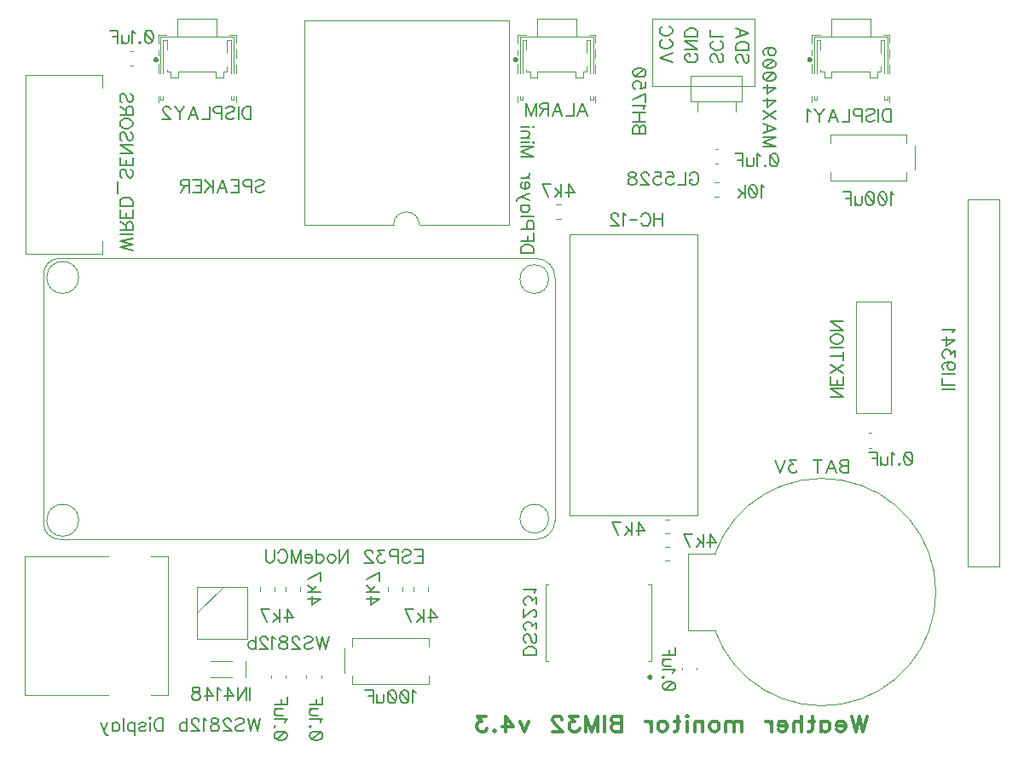
<source format=gbr>
G04 DipTrace 4.3.0.5*
G04 BottomSilk.gbr*
%MOMM*%
G04 #@! TF.FileFunction,Legend,Bot*
G04 #@! TF.Part,Single*
%ADD10C,0.12*%
%ADD55C,0.19608*%
%ADD56C,0.33333*%
%FSLAX35Y35*%
G04*
G71*
G90*
G75*
G01*
G04 BotSilk*
%LPD*%
X6667500Y1936750D2*
D10*
X6397623D1*
Y1174750D2*
X6667500D1*
X6397623Y1936750D2*
Y1174750D1*
X6667500Y1936750D2*
G02X6667500Y1174750I1063625J-381000D01*
G01*
X6695373Y5962623D2*
X6671373D1*
X6695373Y5816623D2*
X6671373D1*
X2406623Y702373D2*
Y726373D1*
X2260623Y702373D2*
Y726373D1*
X885123Y6931000D2*
X861123D1*
X885123Y6785000D2*
X861123D1*
X6340497Y805747D2*
Y781747D1*
X6486497Y805747D2*
Y781747D1*
X2609873Y726373D2*
Y702373D1*
X2755873Y726373D2*
Y702373D1*
X8219373Y3136873D2*
X8195373D1*
X8219373Y2990873D2*
X8195373D1*
X8571500Y6018747D2*
Y6103747D1*
X7811500D1*
Y6018747D1*
X8571500Y5728747D2*
Y5643747D1*
X7811500D1*
Y5728747D1*
X8650500Y5994747D2*
Y5752747D1*
X3064873Y728123D2*
Y643123D1*
X3824873D1*
Y728123D1*
X3064873Y1018123D2*
Y1103123D1*
X3824873D1*
Y1018123D1*
X2985873Y752123D2*
Y994123D1*
X1655123Y873747D2*
X1869123D1*
X1655123Y713747D2*
X1869123D1*
X2007123Y874747D2*
Y712747D1*
X5089720Y5264897D2*
X5135720D1*
X5089720Y5404897D2*
X5135720D1*
X6706370Y5626247D2*
X6660370D1*
X6706370Y5486247D2*
X6660370D1*
X6492873Y6334123D2*
Y6429377D1*
X6873873Y6334123D2*
Y6429377D1*
X6429373Y6683377D2*
Y6429377D1*
X6937373D1*
Y6683377D1*
X6429373D1*
X3816500Y1564500D2*
Y1610500D1*
X3676500Y1564500D2*
Y1610500D1*
X3562500Y1564500D2*
Y1610500D1*
X3422500Y1564500D2*
Y1610500D1*
X2546500Y1564500D2*
Y1610500D1*
X2406500Y1564500D2*
Y1610500D1*
X6168250Y2136623D2*
X6214250D1*
X6168250Y2276623D2*
X6214250D1*
X6214247Y2006750D2*
X6168247D1*
X6214247Y1866750D2*
X6168247D1*
X2152500Y1610500D2*
Y1564500D1*
X2292500Y1610500D2*
Y1564500D1*
X8016873Y6732623D2*
X8206873D1*
Y6672623D1*
X8275780D1*
X8016873Y6732623D2*
X7826873D1*
Y6672623D1*
X7757967D1*
X8282933Y7072623D2*
X7741873D1*
X7821873Y7252623D2*
Y7072623D1*
X8211873D1*
Y7252623D1*
X7821873D1*
X8401873Y7092623D2*
X8336407D1*
G36*
X7583873Y6847623D2*
X7584087Y6850886D1*
X7584725Y6854094D1*
X7585776Y6857190D1*
X7587223Y6860123D1*
X7589039Y6862842D1*
X7591196Y6865301D1*
X7593654Y6867457D1*
X7596373Y6869274D1*
X7599306Y6870720D1*
X7602403Y6871771D1*
X7605610Y6872409D1*
X7608873Y6872623D1*
X7612136Y6872409D1*
X7615344Y6871771D1*
X7618440Y6870720D1*
X7621373Y6869274D1*
X7624092Y6867457D1*
X7626551Y6865301D1*
X7628707Y6862842D1*
X7630524Y6860123D1*
X7631970Y6857190D1*
X7633021Y6854094D1*
X7633659Y6850886D1*
X7633873Y6847623D1*
D1*
X7633659Y6844360D1*
X7633021Y6841153D1*
X7631970Y6838056D1*
X7630524Y6835123D1*
X7628707Y6832404D1*
X7626551Y6829946D1*
X7624092Y6827789D1*
X7621373Y6825973D1*
X7618440Y6824526D1*
X7615344Y6823475D1*
X7612136Y6822837D1*
X7608873Y6822623D1*
X7605610Y6822837D1*
X7602403Y6823475D1*
X7599306Y6824526D1*
X7596373Y6825973D1*
X7593654Y6827789D1*
X7591196Y6829946D1*
X7589039Y6832404D1*
X7587223Y6835123D1*
X7585776Y6838056D1*
X7584725Y6841153D1*
X7584087Y6844360D1*
X7583873Y6847623D1*
D1*
G37*
X8276873Y6673933D2*
D10*
Y6732623D1*
X8316873D1*
Y6777030D1*
Y6918217D2*
Y7041623D1*
X8351873D1*
Y6714663D1*
Y6480583D2*
Y6447623D1*
X8381873D1*
Y6480583D1*
Y6714663D2*
Y6857573D1*
X7756873Y6673933D2*
Y6732623D1*
X7716873D1*
Y6744627D1*
Y6950620D2*
Y7041623D1*
X7681873D1*
Y6714663D1*
Y6480583D2*
Y6447623D1*
X7651873D1*
Y6480583D1*
Y6714663D2*
Y6788463D1*
X7711017Y7092623D2*
X7631873D1*
Y7006877D1*
Y6941370D2*
Y6892123D1*
Y6803123D2*
Y6710310D1*
Y6484937D2*
Y6427623D1*
X8401873D2*
Y6484937D1*
Y6710310D2*
Y6799143D1*
Y6865103D2*
Y6953127D1*
Y7019120D2*
Y7092623D1*
X8381873Y6857573D2*
Y6959880D1*
Y7072623D1*
X8282933D1*
X8016873D1*
X7651873Y6788463D2*
X7650873Y6997767D1*
X7651873Y6996767D2*
Y7072623D1*
X8016873D1*
X1523997Y6732623D2*
X1713997D1*
Y6672623D1*
X1782903D1*
X1523997Y6732623D2*
X1333997D1*
Y6672623D1*
X1265090D1*
X1790057Y7072623D2*
X1248997D1*
X1328997Y7252623D2*
Y7072623D1*
X1718997D1*
Y7252623D1*
X1328997D1*
X1908997Y7092623D2*
X1843530D1*
G36*
X1090997Y6847623D2*
X1091211Y6850886D1*
X1091849Y6854094D1*
X1092900Y6857190D1*
X1094346Y6860123D1*
X1096163Y6862842D1*
X1098319Y6865301D1*
X1100778Y6867457D1*
X1103497Y6869274D1*
X1106430Y6870720D1*
X1109526Y6871771D1*
X1112734Y6872409D1*
X1115997Y6872623D1*
X1119260Y6872409D1*
X1122467Y6871771D1*
X1125564Y6870720D1*
X1128497Y6869274D1*
X1131216Y6867457D1*
X1133674Y6865301D1*
X1135831Y6862842D1*
X1137647Y6860123D1*
X1139094Y6857190D1*
X1140145Y6854094D1*
X1140783Y6850886D1*
X1140997Y6847623D1*
D1*
X1140783Y6844360D1*
X1140145Y6841153D1*
X1139094Y6838056D1*
X1137647Y6835123D1*
X1135831Y6832404D1*
X1133674Y6829946D1*
X1131216Y6827789D1*
X1128497Y6825973D1*
X1125564Y6824526D1*
X1122467Y6823475D1*
X1119260Y6822837D1*
X1115997Y6822623D1*
X1112734Y6822837D1*
X1109526Y6823475D1*
X1106430Y6824526D1*
X1103497Y6825973D1*
X1100778Y6827789D1*
X1098319Y6829946D1*
X1096163Y6832404D1*
X1094346Y6835123D1*
X1092900Y6838056D1*
X1091849Y6841153D1*
X1091211Y6844360D1*
X1090997Y6847623D1*
D1*
G37*
X1783997Y6673933D2*
D10*
Y6732623D1*
X1823997D1*
Y6777030D1*
Y6918217D2*
Y7041623D1*
X1858997D1*
Y6714663D1*
Y6480583D2*
Y6447623D1*
X1888997D1*
Y6480583D1*
Y6714663D2*
Y6857573D1*
X1263997Y6673933D2*
Y6732623D1*
X1223997D1*
Y6744627D1*
Y6950620D2*
Y7041623D1*
X1188997D1*
Y6714663D1*
Y6480583D2*
Y6447623D1*
X1158997D1*
Y6480583D1*
Y6714663D2*
Y6788463D1*
X1218140Y7092623D2*
X1138997D1*
Y7006877D1*
Y6941370D2*
Y6892123D1*
Y6803123D2*
Y6710310D1*
Y6484937D2*
Y6427623D1*
X1908997D2*
Y6484937D1*
Y6710310D2*
Y6799143D1*
Y6865103D2*
Y6953127D1*
Y7019120D2*
Y7092623D1*
X1888997Y6857573D2*
Y6959880D1*
Y7072623D1*
X1790057D1*
X1523997D1*
X1158997Y6788463D2*
X1157997Y6997767D1*
X1158997Y6996767D2*
Y7072623D1*
X1523997D1*
X5095873Y6732623D2*
X5285873D1*
Y6672623D1*
X5354780D1*
X5095873Y6732623D2*
X4905873D1*
Y6672623D1*
X4836967D1*
X5361933Y7072623D2*
X4820873D1*
X4900873Y7252623D2*
Y7072623D1*
X5290873D1*
Y7252623D1*
X4900873D1*
X5480873Y7092623D2*
X5415407D1*
G36*
X4662873Y6847623D2*
X4663087Y6850886D1*
X4663725Y6854094D1*
X4664776Y6857190D1*
X4666223Y6860123D1*
X4668039Y6862842D1*
X4670196Y6865301D1*
X4672654Y6867457D1*
X4675373Y6869274D1*
X4678306Y6870720D1*
X4681403Y6871771D1*
X4684610Y6872409D1*
X4687873Y6872623D1*
X4691136Y6872409D1*
X4694344Y6871771D1*
X4697440Y6870720D1*
X4700373Y6869274D1*
X4703092Y6867457D1*
X4705551Y6865301D1*
X4707707Y6862842D1*
X4709524Y6860123D1*
X4710970Y6857190D1*
X4712021Y6854094D1*
X4712659Y6850886D1*
X4712873Y6847623D1*
D1*
X4712659Y6844360D1*
X4712021Y6841153D1*
X4710970Y6838056D1*
X4709524Y6835123D1*
X4707707Y6832404D1*
X4705551Y6829946D1*
X4703092Y6827789D1*
X4700373Y6825973D1*
X4697440Y6824526D1*
X4694344Y6823475D1*
X4691136Y6822837D1*
X4687873Y6822623D1*
X4684610Y6822837D1*
X4681403Y6823475D1*
X4678306Y6824526D1*
X4675373Y6825973D1*
X4672654Y6827789D1*
X4670196Y6829946D1*
X4668039Y6832404D1*
X4666223Y6835123D1*
X4664776Y6838056D1*
X4663725Y6841153D1*
X4663087Y6844360D1*
X4662873Y6847623D1*
D1*
G37*
X5355873Y6673933D2*
D10*
Y6732623D1*
X5395873D1*
Y6777030D1*
Y6918217D2*
Y7041623D1*
X5430873D1*
Y6714663D1*
Y6480583D2*
Y6447623D1*
X5460873D1*
Y6480583D1*
Y6714663D2*
Y6857573D1*
X4835873Y6673933D2*
Y6732623D1*
X4795873D1*
Y6744627D1*
Y6950620D2*
Y7041623D1*
X4760873D1*
Y6714663D1*
Y6480583D2*
Y6447623D1*
X4730873D1*
Y6480583D1*
Y6714663D2*
Y6788463D1*
X4790017Y7092623D2*
X4710873D1*
Y7006877D1*
Y6941370D2*
Y6892123D1*
Y6803123D2*
Y6710310D1*
Y6484937D2*
Y6427623D1*
X5480873D2*
Y6484937D1*
Y6710310D2*
Y6799143D1*
Y6865103D2*
Y6953127D1*
Y7019120D2*
Y7092623D1*
X5460873Y6857573D2*
Y6959880D1*
Y7072623D1*
X5361933D1*
X5095873D1*
X4730873Y6788463D2*
X4729873Y6997767D1*
X4730873Y6996767D2*
Y7072623D1*
X5095873D1*
X-3Y2238373D2*
Y4683123D1*
X31747D2*
G02X31747Y4683123I158750J0D01*
G01*
Y2270123D2*
G02X31747Y2270123I158750J0D01*
G01*
X4730747Y2285998D2*
G02X4730747Y2285998I142875J0D01*
G01*
Y4667248D2*
G02X4730747Y4667248I142875J0D01*
G01*
X-3Y4714873D2*
G02X158747Y4873623I158750J0D01*
G01*
X4889497D2*
G02X5079997Y4683123I-2J-190502D01*
G01*
Y2270123D2*
G02X4889497Y2079623I-190502J2D01*
G01*
X158747D2*
G02X-3Y2238373I0J158750D01*
G01*
Y4714873D2*
Y4683123D1*
X158747Y4873623D2*
X4889497D1*
X5079997Y4683123D2*
Y2270123D1*
X4889497Y2079623D2*
X158747D1*
X6492873Y2317750D2*
Y5111750D1*
X5222873D1*
Y2317750D1*
X6492873D1*
X3730623Y5206997D2*
X4619623D1*
X3476623D2*
G02X3730623Y5206997I127000J0D01*
G01*
X4619623D2*
Y7238997D1*
X2587623D1*
Y5206997D1*
X3476623D1*
X6003623Y1634123D2*
X6033623D1*
Y874123D1*
X6003623D1*
X5013623Y1634123D2*
X4983623D1*
Y874123D1*
X5013623D1*
G36*
X5997623Y711123D2*
X5997837Y714386D1*
X5998475Y717594D1*
X5999526Y720690D1*
X6000973Y723623D1*
X6002789Y726342D1*
X6004946Y728801D1*
X6007404Y730957D1*
X6010123Y732774D1*
X6013056Y734220D1*
X6016153Y735271D1*
X6019360Y735909D1*
X6022623Y736123D1*
X6025886Y735909D1*
X6029094Y735271D1*
X6032190Y734220D1*
X6035123Y732774D1*
X6037842Y730957D1*
X6040301Y728801D1*
X6042457Y726342D1*
X6044274Y723623D1*
X6045720Y720690D1*
X6046771Y717594D1*
X6047409Y714386D1*
X6047623Y711123D1*
D1*
X6047409Y707860D1*
X6046771Y704653D1*
X6045720Y701556D1*
X6044274Y698623D1*
X6042457Y695904D1*
X6040301Y693446D1*
X6037842Y691289D1*
X6035123Y689473D1*
X6032190Y688026D1*
X6029094Y686975D1*
X6025886Y686337D1*
X6022623Y686123D1*
X6019360Y686337D1*
X6016153Y686975D1*
X6013056Y688026D1*
X6010123Y689473D1*
X6007404Y691289D1*
X6004946Y693446D1*
X6002789Y695904D1*
X6000973Y698623D1*
X5999526Y701556D1*
X5998475Y704653D1*
X5997837Y707860D1*
X5997623Y711123D1*
D1*
G37*
X6048373Y7254873D2*
D10*
Y6588127D1*
X7064373D1*
Y7254873D1*
X6048373D1*
X1522123Y1089373D2*
X2022123D1*
Y1609373D1*
X1522123D1*
Y1089373D1*
X1782123Y1609373D2*
X1522123Y1349373D1*
X646123Y1912373D2*
X-183877D1*
Y532373D1*
X646123D1*
X1066123D2*
X1236123D1*
Y1912373D1*
X1066123D1*
X587375Y6572247D2*
Y6699247D1*
X-174625D2*
Y4921247D1*
X587375D2*
Y5048247D1*
Y6699247D2*
X-174625D1*
X587375Y4921247D2*
X-174625D1*
X9175747Y5461000D2*
X9493247D1*
Y1809747D1*
X9175747D1*
Y5461000D1*
X8064500Y4445000D2*
X8413747D1*
Y3333747D1*
X8064500D1*
Y4445000D1*
X7942048Y3578140D2*
D55*
X7814439D1*
X7942048Y3493067D1*
X7814439D1*
X7942048Y3696252D2*
Y3617356D1*
X7814439D1*
Y3696252D1*
X7881262Y3617356D2*
Y3665929D1*
X7942048Y3735468D2*
X7814439Y3820541D1*
X7942048D2*
X7814439Y3735468D1*
X7942048Y3902293D2*
X7814439D1*
X7942048Y3859757D2*
Y3944830D1*
Y3984045D2*
X7814439D1*
X7942048Y4059761D2*
X7936012Y4047548D1*
X7923798Y4035475D1*
X7911725Y4029298D1*
X7893475Y4023261D1*
X7863012D1*
X7844902Y4029298D1*
X7832689Y4035475D1*
X7820616Y4047548D1*
X7814439Y4059761D1*
Y4084048D1*
X7820616Y4096121D1*
X7832689Y4108334D1*
X7844902Y4114371D1*
X7863012Y4120407D1*
X7893475D1*
X7911725Y4114371D1*
X7923798Y4108334D1*
X7936012Y4096121D1*
X7942048Y4084048D1*
Y4059761D1*
Y4244696D2*
X7814439D1*
X7942048Y4159623D1*
X7814439D1*
X9053298Y3571483D2*
X8925689D1*
X9053298Y3610699D2*
X8925689D1*
Y3683558D1*
X9053298Y3722774D2*
X8925689D1*
X9010762Y3841026D2*
X8992512Y3834849D1*
X8980298Y3822776D1*
X8974262Y3804526D1*
Y3798490D1*
X8980298Y3780240D1*
X8992512Y3768167D1*
X9010762Y3761990D1*
X9016798D1*
X9035048Y3768167D1*
X9047121Y3780240D1*
X9053158Y3798490D1*
Y3804526D1*
X9047121Y3822776D1*
X9035048Y3834849D1*
X9010762Y3841026D1*
X8980298D1*
X8949975Y3834849D1*
X8931725Y3822776D1*
X8925689Y3804526D1*
Y3792453D1*
X8931725Y3774203D1*
X8943939Y3768167D1*
X9053158Y3892455D2*
Y3959138D1*
X9004585Y3922778D1*
Y3941028D1*
X8998548Y3953102D1*
X8992512Y3959138D1*
X8974262Y3965315D1*
X8962189D1*
X8943939Y3959138D1*
X8931725Y3947065D1*
X8925689Y3928815D1*
Y3910565D1*
X8931725Y3892455D1*
X8937902Y3886419D1*
X8949975Y3880242D1*
X8925689Y4065317D2*
X9053158D1*
X8968225Y4004531D1*
Y4095640D1*
X9028871Y4134856D2*
X9035048Y4147069D1*
X9053158Y4165319D1*
X8925689D1*
X2104769Y5637798D2*
X2116843Y5650012D1*
X2135093Y5656048D1*
X2159379D1*
X2177629Y5650012D1*
X2189843Y5637798D1*
Y5625725D1*
X2183666Y5613512D1*
X2177629Y5607475D1*
X2165556Y5601439D1*
X2129056Y5589225D1*
X2116843Y5583189D1*
X2110806Y5577012D1*
X2104769Y5564939D1*
Y5546689D1*
X2116843Y5534616D1*
X2135093Y5528439D1*
X2159379D1*
X2177629Y5534616D1*
X2189843Y5546689D1*
X2065554Y5589225D2*
X2010804D1*
X1992694Y5595262D1*
X1986517Y5601439D1*
X1980481Y5613512D1*
Y5631762D1*
X1986517Y5643835D1*
X1992694Y5650012D1*
X2010804Y5656048D1*
X2065554D1*
Y5528439D1*
X1862369Y5656048D2*
X1941265D1*
Y5528439D1*
X1862369D1*
X1941265Y5595262D2*
X1892692D1*
X1725867Y5528439D2*
X1774580Y5656048D1*
X1823153Y5528439D1*
X1804903Y5570975D2*
X1744117D1*
X1686651Y5656048D2*
Y5528439D1*
X1601578Y5656048D2*
X1686651Y5570975D1*
X1656328Y5601439D2*
X1601578Y5528439D1*
X1483466Y5656048D2*
X1562362D1*
Y5528439D1*
X1483466D1*
X1562362Y5595262D2*
X1513789D1*
X1444250D2*
X1389641D1*
X1371391Y5601439D1*
X1365214Y5607475D1*
X1359177Y5619548D1*
Y5631762D1*
X1365214Y5643835D1*
X1371391Y5650012D1*
X1389641Y5656048D1*
X1444250D1*
Y5528439D1*
X1401714Y5595262D2*
X1359177Y5528439D1*
X8176093Y324408D2*
D56*
X8139536Y171276D1*
X8103149Y324408D1*
X8066761Y171276D1*
X8030205Y324408D1*
X7963538Y229564D2*
X7876107D1*
Y244220D1*
X7883351Y258876D1*
X7890594Y266120D1*
X7905251Y273364D1*
X7927151D1*
X7941638Y266120D1*
X7956294Y251464D1*
X7963538Y229564D1*
Y215076D1*
X7956294Y193176D1*
X7941638Y178689D1*
X7927151Y171276D1*
X7905251D1*
X7890594Y178689D1*
X7876107Y193176D1*
X7722008Y273364D2*
Y171276D1*
Y251464D2*
X7736496Y266120D1*
X7751152Y273364D1*
X7772884D1*
X7787540Y266120D1*
X7802028Y251464D1*
X7809440Y229564D1*
Y215076D1*
X7802028Y193176D1*
X7787540Y178689D1*
X7772884Y171276D1*
X7751152D1*
X7736496Y178689D1*
X7722008Y193176D1*
X7633442Y324408D2*
Y200420D1*
X7626198Y178689D1*
X7611542Y171276D1*
X7597054D1*
X7655342Y273364D2*
X7604298D1*
X7530387Y324408D2*
Y171276D1*
Y244220D2*
X7508487Y266120D1*
X7493831Y273364D1*
X7471931D1*
X7457444Y266120D1*
X7450200Y244220D1*
Y171276D1*
X7383533Y229564D2*
X7296102D1*
Y244220D1*
X7303345Y258876D1*
X7310589Y266120D1*
X7325245Y273364D1*
X7347145D1*
X7361633Y266120D1*
X7376289Y251464D1*
X7383533Y229564D1*
Y215076D1*
X7376289Y193176D1*
X7361633Y178689D1*
X7347145Y171276D1*
X7325245D1*
X7310589Y178689D1*
X7296102Y193176D1*
X7229435Y273364D2*
Y171276D1*
Y229564D2*
X7222023Y251464D1*
X7207535Y266120D1*
X7192879Y273364D1*
X7170979D1*
X6936568D2*
Y171276D1*
Y244220D2*
X6914668Y266120D1*
X6900012Y273364D1*
X6878281D1*
X6863625Y266120D1*
X6856381Y244220D1*
Y171276D1*
Y244220D2*
X6834481Y266120D1*
X6819825Y273364D1*
X6798093D1*
X6783437Y266120D1*
X6776025Y244220D1*
Y171276D1*
X6672970Y273364D2*
X6687458Y266120D1*
X6702114Y251464D1*
X6709358Y229564D1*
Y215076D1*
X6702114Y193176D1*
X6687458Y178689D1*
X6672970Y171276D1*
X6651070D1*
X6636414Y178689D1*
X6621926Y193176D1*
X6614514Y215076D1*
Y229564D1*
X6621926Y251464D1*
X6636414Y266120D1*
X6651070Y273364D1*
X6672970D1*
X6547847D2*
Y171276D1*
Y244220D2*
X6525947Y266120D1*
X6511291Y273364D1*
X6489560D1*
X6474904Y266120D1*
X6467660Y244220D1*
Y171276D1*
X6400993Y324408D2*
X6393749Y317164D1*
X6386337Y324408D1*
X6393749Y331820D1*
X6400993Y324408D1*
X6393749Y273364D2*
Y171276D1*
X6297770Y324408D2*
Y200420D1*
X6290526Y178689D1*
X6275870Y171276D1*
X6261383D1*
X6319670Y273364D2*
X6268626D1*
X6158328D2*
X6172816Y266120D1*
X6187472Y251464D1*
X6194716Y229564D1*
Y215076D1*
X6187472Y193176D1*
X6172816Y178689D1*
X6158328Y171276D1*
X6136428D1*
X6121772Y178689D1*
X6107284Y193176D1*
X6099872Y215076D1*
Y229564D1*
X6107284Y251464D1*
X6121772Y266120D1*
X6136428Y273364D1*
X6158328D1*
X6033205D2*
Y171276D1*
Y229564D2*
X6025793Y251464D1*
X6011305Y266120D1*
X5996649Y273364D1*
X5974749D1*
X5740339Y324408D2*
Y171276D1*
X5674639D1*
X5652739Y178689D1*
X5645495Y185933D1*
X5638251Y200420D1*
Y222320D1*
X5645495Y236976D1*
X5652739Y244220D1*
X5674639Y251464D1*
X5652739Y258876D1*
X5645495Y266120D1*
X5638251Y280608D1*
Y295264D1*
X5645495Y309752D1*
X5652739Y317164D1*
X5674639Y324408D1*
X5740339D1*
Y251464D2*
X5674639D1*
X5571585Y324408D2*
Y171276D1*
X5388343D2*
Y324408D1*
X5446630Y171276D1*
X5504918Y324408D1*
Y171276D1*
X5307020Y324239D2*
X5227001D1*
X5270632Y265952D1*
X5248732D1*
X5234244Y258708D1*
X5227001Y251464D1*
X5219588Y229564D1*
Y215076D1*
X5227001Y193176D1*
X5241488Y178520D1*
X5263388Y171276D1*
X5285288D1*
X5307020Y178520D1*
X5314264Y185933D1*
X5321676Y200420D1*
X5145509Y287852D2*
Y295096D1*
X5138265Y309752D1*
X5131022Y316996D1*
X5116365Y324239D1*
X5087222D1*
X5072734Y316996D1*
X5065490Y309752D1*
X5058078Y295096D1*
Y280608D1*
X5065490Y265952D1*
X5079978Y244220D1*
X5152922Y171276D1*
X5050834D1*
X4816424Y273364D2*
X4772624Y171276D1*
X4728992Y273364D1*
X4589382Y171276D2*
Y324239D1*
X4662325Y222320D1*
X4552994D1*
X4479083Y185933D2*
X4486327Y178520D1*
X4479083Y171276D1*
X4471671Y178520D1*
X4479083Y185933D1*
X4390348Y324239D2*
X4310329D1*
X4353961Y265952D1*
X4332061D1*
X4317573Y258708D1*
X4310329Y251464D1*
X4302917Y229564D1*
Y215076D1*
X4310329Y193176D1*
X4324817Y178520D1*
X4346717Y171276D1*
X4368617D1*
X4390348Y178520D1*
X4397592Y185933D1*
X4405004Y200420D1*
X5980411Y6109832D2*
D55*
X5852802D1*
Y6164582D1*
X5858978Y6182832D1*
X5865015Y6188869D1*
X5877088Y6194906D1*
X5895338D1*
X5907552Y6188869D1*
X5913588Y6182832D1*
X5919625Y6164582D1*
X5925802Y6182832D1*
X5931838Y6188869D1*
X5943911Y6194906D1*
X5956125D1*
X5968198Y6188869D1*
X5974375Y6182832D1*
X5980411Y6164582D1*
Y6109832D1*
X5919625D2*
Y6164582D1*
X5980411Y6234121D2*
X5852802D1*
X5980411Y6319194D2*
X5852802D1*
X5919625Y6234121D2*
Y6319194D1*
X5955984Y6358410D2*
X5962161Y6370623D1*
X5980271Y6388873D1*
X5852802D1*
Y6452376D2*
X5980271Y6513162D1*
Y6428089D1*
Y6625237D2*
Y6564591D1*
X5925661Y6558555D1*
X5931698Y6564591D1*
X5937875Y6582841D1*
Y6600951D1*
X5931698Y6619201D1*
X5919625Y6631414D1*
X5901375Y6637451D1*
X5889302D1*
X5871052Y6631414D1*
X5858838Y6619201D1*
X5852802Y6600951D1*
Y6582841D1*
X5858838Y6564591D1*
X5865015Y6558555D1*
X5877088Y6552378D1*
X5980271Y6713167D2*
X5974234Y6694917D1*
X5955984Y6682703D1*
X5925661Y6676667D1*
X5907411D1*
X5877088Y6682703D1*
X5858838Y6694917D1*
X5852802Y6713167D1*
Y6725240D1*
X5858838Y6743490D1*
X5877088Y6755563D1*
X5907411Y6761740D1*
X5925661D1*
X5955984Y6755563D1*
X5974234Y6743490D1*
X5980271Y6725240D1*
Y6713167D1*
X5955984Y6755563D2*
X5877088Y6682703D1*
X7994257Y2871542D2*
Y2743932D1*
X7939507D1*
X7921257Y2750109D1*
X7915221Y2756145D1*
X7909184Y2768218D1*
Y2786468D1*
X7915221Y2798682D1*
X7921257Y2804718D1*
X7939507Y2810755D1*
X7921257Y2816932D1*
X7915221Y2822968D1*
X7909184Y2835042D1*
Y2847255D1*
X7915221Y2859328D1*
X7921257Y2865505D1*
X7939507Y2871542D1*
X7994257D1*
Y2810755D2*
X7939507D1*
X7772682Y2743932D2*
X7821395Y2871542D1*
X7869968Y2743932D1*
X7851718Y2786468D2*
X7790932D1*
X7690930Y2871542D2*
Y2743932D1*
X7733466Y2871542D2*
X7648393D1*
X7473518Y2871401D2*
X7406835D1*
X7443194Y2822828D1*
X7424944D1*
X7412871Y2816792D1*
X7406835Y2810755D1*
X7400658Y2792505D1*
Y2780432D1*
X7406835Y2762182D1*
X7418908Y2749968D1*
X7437158Y2743932D1*
X7455408D1*
X7473518Y2749968D1*
X7479554Y2756145D1*
X7485731Y2768218D1*
X7361442Y2871542D2*
X7312869Y2743932D1*
X7264296Y2871542D1*
X7258986Y5913313D2*
X7277236Y5907276D1*
X7289450Y5889026D1*
X7295486Y5858703D1*
Y5840453D1*
X7289450Y5810130D1*
X7277236Y5791880D1*
X7258986Y5785844D1*
X7246913D1*
X7228663Y5791880D1*
X7216590Y5810130D1*
X7210413Y5840453D1*
Y5858703D1*
X7216590Y5889026D1*
X7228663Y5907276D1*
X7246913Y5913313D1*
X7258986D1*
X7216590Y5889026D2*
X7289450Y5810130D1*
X7165161Y5798057D2*
X7171197Y5791880D1*
X7165161Y5785844D1*
X7158984Y5791880D1*
X7165161Y5798057D1*
X7119768Y5889026D2*
X7107555Y5895203D1*
X7089305Y5913313D1*
Y5785844D1*
X7050089Y5870917D2*
Y5810130D1*
X7044053Y5792021D1*
X7031839Y5785844D1*
X7013589D1*
X7001516Y5792021D1*
X6983266Y5810130D1*
Y5870917D2*
Y5785844D1*
X6865014Y5913453D2*
X6944050D1*
Y5785844D1*
Y5852667D2*
X6895477D1*
X2772220Y122887D2*
X2766183Y104637D1*
X2747933Y92424D1*
X2717610Y86387D1*
X2699360D1*
X2669037Y92424D1*
X2650787Y104637D1*
X2644750Y122887D1*
Y134960D1*
X2650787Y153210D1*
X2669037Y165283D1*
X2699360Y171460D1*
X2717610D1*
X2747933Y165283D1*
X2766183Y153210D1*
X2772220Y134960D1*
Y122887D1*
X2747933Y165283D2*
X2669037Y92424D1*
X2656964Y216712D2*
X2650787Y210676D1*
X2644750Y216712D1*
X2650787Y222889D1*
X2656964Y216712D1*
X2747933Y262105D2*
X2754110Y274319D1*
X2772220Y292569D1*
X2644750D1*
X2729823Y331784D2*
X2669037D1*
X2650927Y337821D1*
X2644750Y350034D1*
Y368284D1*
X2650927Y380357D1*
X2669037Y398607D1*
X2729823D2*
X2644750D1*
X2772360Y516860D2*
Y437823D1*
X2644750D1*
X2711573D2*
Y486396D1*
X1051860Y7137846D2*
X1070110Y7131810D1*
X1082323Y7113560D1*
X1088360Y7083237D1*
Y7064987D1*
X1082323Y7034664D1*
X1070110Y7016414D1*
X1051860Y7010377D1*
X1039786D1*
X1021536Y7016414D1*
X1009463Y7034664D1*
X1003286Y7064987D1*
Y7083237D1*
X1009463Y7113560D1*
X1021536Y7131810D1*
X1039786Y7137846D1*
X1051860D1*
X1009463Y7113560D2*
X1082323Y7034664D1*
X958034Y7022590D2*
X964071Y7016414D1*
X958034Y7010377D1*
X951857Y7016414D1*
X958034Y7022590D1*
X912642Y7113560D2*
X900428Y7119737D1*
X882178Y7137846D1*
Y7010377D1*
X842962Y7095450D2*
Y7034664D1*
X836926Y7016554D1*
X824712Y7010377D1*
X806462D1*
X794389Y7016554D1*
X776139Y7034664D1*
Y7095450D2*
Y7010377D1*
X657887Y7137987D2*
X736924D1*
Y7010377D1*
Y7077200D2*
X688351D1*
X6276280Y615010D2*
X6270243Y596760D1*
X6251993Y584547D1*
X6221670Y578510D1*
X6203420D1*
X6173097Y584547D1*
X6154847Y596760D1*
X6148810Y615010D1*
Y627084D1*
X6154847Y645334D1*
X6173097Y657407D1*
X6203420Y663584D1*
X6221670D1*
X6251993Y657407D1*
X6270243Y645334D1*
X6276280Y627084D1*
Y615010D1*
X6251993Y657407D2*
X6173097Y584547D1*
X6161024Y708836D2*
X6154847Y702799D1*
X6148810Y708836D1*
X6154847Y715013D1*
X6161024Y708836D1*
X6251993Y754228D2*
X6258170Y766442D1*
X6276280Y784692D1*
X6148810D1*
X6233883Y823908D2*
X6173097D1*
X6154987Y829944D1*
X6148810Y842158D1*
Y860408D1*
X6154987Y872481D1*
X6173097Y890731D1*
X6233883D2*
X6148810D1*
X6276420Y1008983D2*
Y929946D1*
X6148810D1*
X6215633D2*
Y978519D1*
X2418656Y122887D2*
X2412620Y104637D1*
X2394370Y92424D1*
X2364047Y86387D1*
X2345797D1*
X2315474Y92424D1*
X2297224Y104637D1*
X2291187Y122887D1*
Y134960D1*
X2297224Y153210D1*
X2315474Y165283D1*
X2345797Y171460D1*
X2364047D1*
X2394370Y165283D1*
X2412620Y153210D1*
X2418656Y134960D1*
Y122887D1*
X2394370Y165283D2*
X2315474Y92424D1*
X2303400Y216712D2*
X2297224Y210676D1*
X2291187Y216712D1*
X2297224Y222889D1*
X2303400Y216712D1*
X2394370Y262105D2*
X2400547Y274319D1*
X2418656Y292569D1*
X2291187D1*
X2376260Y331784D2*
X2315474D1*
X2297364Y337821D1*
X2291187Y350034D1*
Y368284D1*
X2297364Y380357D1*
X2315474Y398607D1*
X2376260D2*
X2291187D1*
X2418797Y516860D2*
Y437823D1*
X2291187D1*
X2358010D2*
Y486396D1*
X8592483Y2946846D2*
X8610733Y2940810D1*
X8622946Y2922560D1*
X8628983Y2892237D1*
Y2873987D1*
X8622946Y2843664D1*
X8610733Y2825414D1*
X8592483Y2819377D1*
X8580410D1*
X8562160Y2825414D1*
X8550087Y2843664D1*
X8543910Y2873987D1*
Y2892237D1*
X8550087Y2922560D1*
X8562160Y2940810D1*
X8580410Y2946846D1*
X8592483D1*
X8550087Y2922560D2*
X8622946Y2843664D1*
X8498658Y2831590D2*
X8504694Y2825414D1*
X8498658Y2819377D1*
X8492481Y2825414D1*
X8498658Y2831590D1*
X8453265Y2922560D2*
X8441051Y2928737D1*
X8422801Y2946846D1*
Y2819377D1*
X8383586Y2904450D2*
Y2843664D1*
X8377549Y2825554D1*
X8365336Y2819377D1*
X8347086D1*
X8335013Y2825554D1*
X8316763Y2843664D1*
Y2904450D2*
Y2819377D1*
X8198510Y2946987D2*
X8277547D1*
Y2819377D1*
Y2886200D2*
X8228974D1*
X8443166Y5507433D2*
X8430953Y5513610D1*
X8412703Y5531720D1*
Y5404250D1*
X8336987Y5531720D2*
X8355237Y5525683D1*
X8367450Y5507433D1*
X8373487Y5477110D1*
Y5458860D1*
X8367450Y5428537D1*
X8355237Y5410287D1*
X8336987Y5404250D1*
X8324914D1*
X8306664Y5410287D1*
X8294591Y5428537D1*
X8288414Y5458860D1*
Y5477110D1*
X8294591Y5507433D1*
X8306664Y5525683D1*
X8324914Y5531720D1*
X8336987D1*
X8294591Y5507433D2*
X8367450Y5428537D1*
X8212698Y5531720D2*
X8230948Y5525683D1*
X8243162Y5507433D1*
X8249198Y5477110D1*
Y5458860D1*
X8243162Y5428537D1*
X8230948Y5410287D1*
X8212698Y5404250D1*
X8200625D1*
X8182375Y5410287D1*
X8170302Y5428537D1*
X8164125Y5458860D1*
Y5477110D1*
X8170302Y5507433D1*
X8182375Y5525683D1*
X8200625Y5531720D1*
X8212698D1*
X8170302Y5507433D2*
X8243162Y5428537D1*
X8124909Y5489323D2*
Y5428537D1*
X8118873Y5410427D1*
X8106659Y5404250D1*
X8088409D1*
X8076336Y5410427D1*
X8058086Y5428537D1*
Y5489323D2*
Y5404250D1*
X7939834Y5531860D2*
X8018871D1*
Y5404250D1*
Y5471073D2*
X7970297D1*
X3696539Y555620D2*
X3684326Y561797D1*
X3666076Y579906D1*
Y452437D1*
X3590360Y579906D2*
X3608610Y573870D1*
X3620824Y555620D1*
X3626860Y525297D1*
Y507047D1*
X3620824Y476724D1*
X3608610Y458474D1*
X3590360Y452437D1*
X3578287D1*
X3560037Y458474D1*
X3547964Y476724D1*
X3541787Y507047D1*
Y525297D1*
X3547964Y555620D1*
X3560037Y573870D1*
X3578287Y579906D1*
X3590360D1*
X3547964Y555620D2*
X3620824Y476724D1*
X3466071Y579906D2*
X3484321Y573870D1*
X3496535Y555620D1*
X3502571Y525297D1*
Y507047D1*
X3496535Y476724D1*
X3484321Y458474D1*
X3466071Y452437D1*
X3453998D1*
X3435748Y458474D1*
X3423675Y476724D1*
X3417498Y507047D1*
Y525297D1*
X3423675Y555620D1*
X3435748Y573870D1*
X3453998Y579906D1*
X3466071D1*
X3423675Y555620D2*
X3496535Y476724D1*
X3378283Y537510D2*
Y476724D1*
X3372246Y458614D1*
X3360033Y452437D1*
X3341783D1*
X3329710Y458614D1*
X3311460Y476724D1*
Y537510D2*
Y452437D1*
X3193207Y580047D2*
X3272244D1*
Y452437D1*
Y519260D2*
X3223671D1*
X2051507Y610483D2*
Y482874D1*
X1927218Y610483D2*
Y482874D1*
X2012291Y610483D1*
Y482874D1*
X1827216D2*
Y610343D1*
X1888002Y525410D1*
X1796893D1*
X1757677Y586056D2*
X1745464Y592233D1*
X1727214Y610343D1*
Y482874D1*
X1627211D2*
Y610343D1*
X1687998Y525410D1*
X1596888D1*
X1527350Y610343D2*
X1545459Y604306D1*
X1551636Y592233D1*
Y580020D1*
X1545459Y567947D1*
X1533386Y561770D1*
X1509100Y555733D1*
X1490850Y549697D1*
X1478776Y537483D1*
X1472740Y525410D1*
Y507160D1*
X1478776Y495087D1*
X1484813Y488910D1*
X1503063Y482874D1*
X1527350D1*
X1545459Y488910D1*
X1551636Y495087D1*
X1557673Y507160D1*
Y525410D1*
X1551636Y537483D1*
X1539423Y549697D1*
X1521313Y555733D1*
X1497026Y561770D1*
X1484813Y567947D1*
X1478776Y580020D1*
Y592233D1*
X1484813Y604306D1*
X1503063Y610343D1*
X1527350D1*
X5212652Y5484274D2*
Y5611743D1*
X5273439Y5526810D1*
X5182329D1*
X5143113Y5611883D2*
Y5484274D1*
X5082327Y5569347D2*
X5143113Y5508560D1*
X5118827Y5532847D2*
X5076290Y5484274D1*
X5012788D2*
X4952001Y5611743D1*
X5037075D1*
X7157552Y5579743D2*
X7145339Y5585920D1*
X7127089Y5604030D1*
Y5476560D1*
X7051373Y5604030D2*
X7069623Y5597993D1*
X7081836Y5579743D1*
X7087873Y5549420D1*
Y5531170D1*
X7081836Y5500847D1*
X7069623Y5482597D1*
X7051373Y5476560D1*
X7039300D1*
X7021050Y5482597D1*
X7008977Y5500847D1*
X7002800Y5531170D1*
Y5549420D1*
X7008977Y5579743D1*
X7021050Y5597993D1*
X7039300Y5604030D1*
X7051373D1*
X7008977Y5579743D2*
X7081836Y5500847D1*
X6963584Y5604170D2*
Y5476560D1*
X6902798Y5561633D2*
X6963584Y5500847D1*
X6939298Y5525133D2*
X6896761Y5476560D1*
X6414644Y5700257D2*
X6420680Y5712330D1*
X6432894Y5724543D1*
X6444967Y5730580D1*
X6469253D1*
X6481467Y5724543D1*
X6493540Y5712330D1*
X6499717Y5700257D1*
X6505753Y5682007D1*
Y5651543D1*
X6499717Y5633434D1*
X6493540Y5621220D1*
X6481467Y5609147D1*
X6469253Y5602970D1*
X6444967D1*
X6432894Y5609147D1*
X6420680Y5621220D1*
X6414644Y5633434D1*
Y5651543D1*
X6444967D1*
X6375428Y5730580D2*
Y5602970D1*
X6302568D1*
X6190493Y5730440D2*
X6251139D1*
X6257176Y5675830D1*
X6251139Y5681866D1*
X6232889Y5688043D1*
X6214779D1*
X6196529Y5681866D1*
X6184316Y5669793D1*
X6178279Y5651543D1*
Y5639470D1*
X6184316Y5621220D1*
X6196529Y5609007D1*
X6214779Y5602970D1*
X6232889D1*
X6251139Y5609007D1*
X6257176Y5615184D1*
X6263353Y5627257D1*
X6066204Y5730440D2*
X6126850D1*
X6132887Y5675830D1*
X6126850Y5681866D1*
X6108600Y5688043D1*
X6090491D1*
X6072241Y5681866D1*
X6060027Y5669793D1*
X6053991Y5651543D1*
Y5639470D1*
X6060027Y5621220D1*
X6072241Y5609007D1*
X6090491Y5602970D1*
X6108600D1*
X6126850Y5609007D1*
X6132887Y5615184D1*
X6139064Y5627257D1*
X6008598Y5700116D2*
Y5706153D1*
X6002562Y5718366D1*
X5996525Y5724403D1*
X5984312Y5730440D1*
X5960025D1*
X5947952Y5724403D1*
X5941915Y5718366D1*
X5935738Y5706153D1*
Y5694080D1*
X5941915Y5681866D1*
X5953988Y5663757D1*
X6014775Y5602970D1*
X5929702D1*
X5860163Y5730440D2*
X5878273Y5724403D1*
X5884450Y5712330D1*
Y5700116D1*
X5878273Y5688043D1*
X5866200Y5681866D1*
X5841913Y5675830D1*
X5823663Y5669793D1*
X5811590Y5657580D1*
X5805554Y5645507D1*
Y5627257D1*
X5811590Y5615184D1*
X5817627Y5609007D1*
X5835877Y5602970D1*
X5860163D1*
X5878273Y5609007D1*
X5884450Y5615184D1*
X5890486Y5627257D1*
Y5645507D1*
X5884450Y5657580D1*
X5872236Y5669793D1*
X5854127Y5675830D1*
X5829840Y5681866D1*
X5817627Y5688043D1*
X5811590Y5700116D1*
Y5712330D1*
X5817627Y5724403D1*
X5835877Y5730440D1*
X5860163D1*
X3846432Y1257814D2*
Y1385283D1*
X3907219Y1300350D1*
X3816109D1*
X3776893Y1385423D2*
Y1257814D1*
X3716107Y1342887D2*
X3776893Y1282100D1*
X3752607Y1306387D2*
X3710070Y1257814D1*
X3646568D2*
X3585781Y1385283D1*
X3670855D1*
X3206440Y1487568D2*
X3333910D1*
X3248977Y1426781D1*
Y1517891D1*
X3334050Y1557107D2*
X3206440D1*
X3291513Y1617893D2*
X3230727Y1557107D1*
X3255013Y1581393D2*
X3206440Y1623930D1*
Y1687432D2*
X3333910Y1748219D1*
Y1663145D1*
X2625877Y1487568D2*
X2753346D1*
X2668414Y1426781D1*
Y1517891D1*
X2753487Y1557107D2*
X2625877D1*
X2710950Y1617893D2*
X2650164Y1557107D1*
X2674450Y1581393D2*
X2625877Y1623930D1*
Y1687432D2*
X2753346Y1748219D1*
Y1663145D1*
X5910179Y2126937D2*
Y2254406D1*
X5970965Y2169474D1*
X5879856D1*
X5840640Y2254547D2*
Y2126937D1*
X5779853Y2212010D2*
X5840640Y2151224D1*
X5816353Y2175510D2*
X5773817Y2126937D1*
X5710315D2*
X5649528Y2254406D1*
X5734601D1*
X6620702Y2006750D2*
Y2134220D1*
X6681489Y2049287D1*
X6590379D1*
X6551163Y2134360D2*
Y2006750D1*
X6490377Y2091823D2*
X6551163Y2031037D1*
X6526877Y2055323D2*
X6484340Y2006750D1*
X6420838D2*
X6360051Y2134220D1*
X6445125D1*
X2417682Y1257814D2*
Y1385283D1*
X2478469Y1300350D1*
X2387359D1*
X2348143Y1385423D2*
Y1257814D1*
X2287357Y1342887D2*
X2348143Y1282100D1*
X2323857Y1306387D2*
X2281320Y1257814D1*
X2217818D2*
X2157031Y1385283D1*
X2242105D1*
X8414742Y6359550D2*
Y6231940D1*
X8372206D1*
X8353956Y6238117D1*
X8341742Y6250190D1*
X8335706Y6262404D1*
X8329669Y6280513D1*
Y6310977D1*
X8335706Y6329227D1*
X8341742Y6341300D1*
X8353956Y6353513D1*
X8372206Y6359550D1*
X8414742D1*
X8290454D2*
Y6231940D1*
X8166165Y6341300D2*
X8178238Y6353513D1*
X8196488Y6359550D1*
X8220774D1*
X8239024Y6353513D1*
X8251238Y6341300D1*
Y6329227D1*
X8245061Y6317013D1*
X8239024Y6310977D1*
X8226951Y6304940D1*
X8190451Y6292727D1*
X8178238Y6286690D1*
X8172201Y6280513D1*
X8166165Y6268440D1*
Y6250190D1*
X8178238Y6238117D1*
X8196488Y6231940D1*
X8220774D1*
X8239024Y6238117D1*
X8251238Y6250190D1*
X8126949Y6292727D2*
X8072199D1*
X8054090Y6298763D1*
X8047913Y6304940D1*
X8041876Y6317013D1*
Y6335263D1*
X8047913Y6347336D1*
X8054090Y6353513D1*
X8072199Y6359550D1*
X8126949D1*
Y6231940D1*
X8002660Y6359550D2*
Y6231940D1*
X7929801D1*
X7793299D2*
X7842012Y6359550D1*
X7890585Y6231940D1*
X7872335Y6274477D2*
X7811549D1*
X7754083Y6359550D2*
X7705510Y6298763D1*
Y6231940D1*
X7656937Y6359550D2*
X7705510Y6298763D1*
X7617721Y6335123D2*
X7605508Y6341300D1*
X7587258Y6359410D1*
Y6231940D1*
X2060294Y6384107D2*
Y6256497D1*
X2017757D1*
X1999507Y6262674D1*
X1987294Y6274747D1*
X1981257Y6286960D1*
X1975221Y6305070D1*
Y6335534D1*
X1981257Y6353784D1*
X1987294Y6365857D1*
X1999507Y6378070D1*
X2017757Y6384107D1*
X2060294D1*
X1936005D2*
Y6256497D1*
X1811716Y6365857D2*
X1823789Y6378070D1*
X1842039Y6384107D1*
X1866326D1*
X1884576Y6378070D1*
X1896789Y6365857D1*
Y6353784D1*
X1890613Y6341570D1*
X1884576Y6335534D1*
X1872503Y6329497D1*
X1836003Y6317284D1*
X1823789Y6311247D1*
X1817753Y6305070D1*
X1811716Y6292997D1*
Y6274747D1*
X1823789Y6262674D1*
X1842039Y6256497D1*
X1866326D1*
X1884576Y6262674D1*
X1896789Y6274747D1*
X1772501Y6317284D2*
X1717751D1*
X1699641Y6323320D1*
X1693464Y6329497D1*
X1687428Y6341570D1*
Y6359820D1*
X1693464Y6371893D1*
X1699641Y6378070D1*
X1717751Y6384107D1*
X1772501D1*
Y6256497D1*
X1648212Y6384107D2*
Y6256497D1*
X1575352D1*
X1438850D2*
X1487564Y6384107D1*
X1536137Y6256497D1*
X1517887Y6299034D2*
X1457100D1*
X1399634Y6384107D2*
X1351061Y6323320D1*
Y6256497D1*
X1302488Y6384107D2*
X1351061Y6323320D1*
X1257096Y6353643D2*
Y6359680D1*
X1251059Y6371893D1*
X1245023Y6377930D1*
X1232809Y6383966D1*
X1208523D1*
X1196449Y6377930D1*
X1190413Y6371893D1*
X1184236Y6359680D1*
Y6347607D1*
X1190413Y6335393D1*
X1202486Y6317284D1*
X1263273Y6256497D1*
X1178199D1*
X5301844Y6288247D2*
X5350558Y6415857D1*
X5399131Y6288247D1*
X5380881Y6330784D2*
X5320094D1*
X5262628Y6415857D2*
Y6288247D1*
X5189769D1*
X5053267D2*
X5101980Y6415857D1*
X5150553Y6288247D1*
X5132303Y6330784D2*
X5071517D1*
X5014051Y6355070D2*
X4959441D1*
X4941191Y6361247D1*
X4935014Y6367284D1*
X4928978Y6379357D1*
Y6391570D1*
X4935014Y6403643D1*
X4941191Y6409820D1*
X4959441Y6415857D1*
X5014051D1*
Y6288247D1*
X4971514Y6355070D2*
X4928978Y6288247D1*
X4792616D2*
Y6415857D1*
X4841189Y6288247D1*
X4889762Y6415857D1*
Y6288247D1*
X3684183Y1975610D2*
X3763079D1*
Y1848000D1*
X3684183D1*
X3763079Y1914823D2*
X3714506D1*
X3559894Y1957360D2*
X3571967Y1969573D1*
X3590217Y1975610D1*
X3614504D1*
X3632754Y1969573D1*
X3644967Y1957360D1*
Y1945287D1*
X3638790Y1933073D1*
X3632754Y1927037D1*
X3620681Y1921000D1*
X3584181Y1908787D1*
X3571967Y1902750D1*
X3565931Y1896573D1*
X3559894Y1884500D1*
Y1866250D1*
X3571967Y1854177D1*
X3590217Y1848000D1*
X3614504D1*
X3632754Y1854177D1*
X3644967Y1866250D1*
X3520679Y1908787D2*
X3465929D1*
X3447819Y1914823D1*
X3441642Y1921000D1*
X3435606Y1933073D1*
Y1951323D1*
X3441642Y1963396D1*
X3447819Y1969573D1*
X3465929Y1975610D1*
X3520679D1*
Y1848000D1*
X3384176Y1975470D2*
X3317494D1*
X3353853Y1926896D1*
X3335603D1*
X3323530Y1920860D1*
X3317494Y1914823D1*
X3311317Y1896573D1*
Y1884500D1*
X3317494Y1866250D1*
X3329567Y1854037D1*
X3347817Y1848000D1*
X3366067D1*
X3384176Y1854037D1*
X3390213Y1860214D1*
X3396390Y1872287D1*
X3265924Y1945146D2*
Y1951183D1*
X3259888Y1963396D1*
X3253851Y1969433D1*
X3241638Y1975470D1*
X3217351D1*
X3205278Y1969433D1*
X3199242Y1963396D1*
X3193065Y1951183D1*
Y1939110D1*
X3199242Y1926896D1*
X3211315Y1908787D1*
X3272101Y1848000D1*
X3187028D1*
X2939293Y1975610D2*
Y1848000D1*
X3024366Y1975610D1*
Y1848000D1*
X2869754Y1933073D2*
X2881827Y1927037D1*
X2894041Y1914823D1*
X2900077Y1896573D1*
Y1884500D1*
X2894041Y1866250D1*
X2881827Y1854177D1*
X2869754Y1848000D1*
X2851504D1*
X2839291Y1854177D1*
X2827218Y1866250D1*
X2821041Y1884500D1*
Y1896573D1*
X2827218Y1914823D1*
X2839291Y1927037D1*
X2851504Y1933073D1*
X2869754D1*
X2708965Y1975610D2*
Y1848000D1*
Y1914823D2*
X2721038Y1927037D1*
X2733252Y1933073D1*
X2751502D1*
X2763575Y1927037D1*
X2775788Y1914823D1*
X2781825Y1896573D1*
Y1884500D1*
X2775788Y1866250D1*
X2763575Y1854177D1*
X2751502Y1848000D1*
X2733252D1*
X2721038Y1854177D1*
X2708965Y1866250D1*
X2669750Y1896573D2*
X2596890D1*
Y1908787D1*
X2602927Y1921000D1*
X2608963Y1927037D1*
X2621177Y1933073D1*
X2639427D1*
X2651500Y1927037D1*
X2663713Y1914823D1*
X2669750Y1896573D1*
Y1884500D1*
X2663713Y1866250D1*
X2651500Y1854177D1*
X2639427Y1848000D1*
X2621177D1*
X2608963Y1854177D1*
X2596890Y1866250D1*
X2460528Y1848000D2*
Y1975610D1*
X2509101Y1848000D1*
X2557674Y1975610D1*
Y1848000D1*
X2330203Y1945287D2*
X2336239Y1957360D1*
X2348453Y1969573D1*
X2360526Y1975610D1*
X2384812D1*
X2397026Y1969573D1*
X2409099Y1957360D1*
X2415276Y1945287D1*
X2421312Y1927037D1*
Y1896573D1*
X2415276Y1878464D1*
X2409099Y1866250D1*
X2397026Y1854177D1*
X2384812Y1848000D1*
X2360526D1*
X2348453Y1854177D1*
X2336239Y1866250D1*
X2330203Y1878464D1*
X2290987Y1975610D2*
Y1884500D1*
X2284951Y1866250D1*
X2272737Y1854177D1*
X2254487Y1848000D1*
X2242414D1*
X2224164Y1854177D1*
X2211951Y1866250D1*
X2205914Y1884500D1*
Y1975610D1*
X6149077Y5322673D2*
Y5195064D1*
X6064004Y5322673D2*
Y5195064D1*
X6149077Y5261887D2*
X6064004D1*
X5933679Y5292350D2*
X5939715Y5304423D1*
X5951929Y5316637D1*
X5964002Y5322673D1*
X5988288D1*
X6000502Y5316637D1*
X6012575Y5304423D1*
X6018752Y5292350D1*
X6024788Y5274100D1*
Y5243637D1*
X6018752Y5225527D1*
X6012575Y5213314D1*
X6000502Y5201241D1*
X5988288Y5195064D1*
X5964002D1*
X5951929Y5201241D1*
X5939715Y5213314D1*
X5933679Y5225527D1*
X5894463Y5258798D2*
X5824271D1*
X5785055Y5298246D2*
X5772842Y5304423D1*
X5754592Y5322533D1*
Y5195064D1*
X5709199Y5292210D2*
Y5298246D1*
X5703162Y5310460D1*
X5697126Y5316496D1*
X5684912Y5322533D1*
X5660626D1*
X5648553Y5316496D1*
X5642516Y5310460D1*
X5636339Y5298246D1*
Y5286173D1*
X5642516Y5273960D1*
X5654589Y5255850D1*
X5715376Y5195064D1*
X5630303D1*
X4865703Y4923313D2*
X4738094D1*
Y4965850D1*
X4744271Y4984100D1*
X4756344Y4996313D1*
X4768557Y5002350D1*
X4786667Y5008386D1*
X4817130D1*
X4835380Y5002350D1*
X4847453Y4996313D1*
X4859667Y4984100D1*
X4865703Y4965850D1*
Y4923313D1*
Y5126638D2*
Y5047602D1*
X4738094D1*
X4804917D2*
Y5096175D1*
X4798880Y5165854D2*
Y5220604D1*
X4804917Y5238714D1*
X4811094Y5244891D1*
X4823167Y5250927D1*
X4841417D1*
X4853490Y5244891D1*
X4859667Y5238714D1*
X4865703Y5220604D1*
Y5165854D1*
X4738094D1*
X4865703Y5290143D2*
X4738094D1*
X4823167Y5402218D2*
X4738094D1*
X4804917D2*
X4817130Y5390145D1*
X4823167Y5377932D1*
Y5359822D1*
X4817130Y5347609D1*
X4804917Y5335535D1*
X4786667Y5329359D1*
X4774594D1*
X4756344Y5335535D1*
X4744271Y5347609D1*
X4738094Y5359822D1*
Y5377932D1*
X4744271Y5390145D1*
X4756344Y5402218D1*
X4823167Y5447611D2*
X4738094Y5483970D1*
X4713807Y5471897D1*
X4701594Y5459684D1*
X4695557Y5447611D1*
Y5441434D1*
X4823167Y5520470D2*
X4738094Y5483970D1*
X4786667Y5559686D2*
Y5632546D1*
X4798880D1*
X4811094Y5626509D1*
X4817130Y5620473D1*
X4823167Y5608259D1*
Y5590009D1*
X4817130Y5577936D1*
X4804917Y5565723D1*
X4786667Y5559686D1*
X4774594D1*
X4756344Y5565723D1*
X4744271Y5577936D1*
X4738094Y5590009D1*
Y5608259D1*
X4744271Y5620473D1*
X4756344Y5632546D1*
X4823167Y5671761D2*
X4738094D1*
X4786667D2*
X4804917Y5677938D1*
X4817130Y5690011D1*
X4823167Y5702225D1*
Y5720475D1*
X4738094Y5980283D2*
X4865703D1*
X4738094Y5931710D1*
X4865703Y5883137D1*
X4738094D1*
X4865703Y6019499D2*
X4859667Y6025535D1*
X4865703Y6031712D1*
X4871880Y6025535D1*
X4865703Y6019499D1*
X4823167Y6025535D2*
X4738094D1*
X4823167Y6070928D2*
X4738094D1*
X4798880D2*
X4817130Y6089178D1*
X4823167Y6101391D1*
Y6119501D1*
X4817130Y6131715D1*
X4798880Y6137751D1*
X4738094D1*
X4865703Y6176967D2*
X4859667Y6183003D1*
X4865703Y6189180D1*
X4871880Y6183003D1*
X4865703Y6176967D1*
X4823167Y6183003D2*
X4738094D1*
X4897453Y928170D2*
X4769844D1*
Y970706D1*
X4776021Y988956D1*
X4788094Y1001170D1*
X4800307Y1007206D1*
X4818417Y1013243D1*
X4848880D1*
X4867130Y1007206D1*
X4879203Y1001170D1*
X4891417Y988956D1*
X4897453Y970706D1*
Y928170D1*
X4879203Y1137532D2*
X4891417Y1125458D1*
X4897453Y1107208D1*
Y1082922D1*
X4891417Y1064672D1*
X4879203Y1052458D1*
X4867130D1*
X4854917Y1058635D1*
X4848880Y1064672D1*
X4842844Y1076745D1*
X4830630Y1113245D1*
X4824594Y1125458D1*
X4818417Y1131495D1*
X4806344Y1137532D1*
X4788094D1*
X4776021Y1125458D1*
X4769844Y1107208D1*
Y1082922D1*
X4776021Y1064672D1*
X4788094Y1052458D1*
X4897313Y1188961D2*
Y1255643D1*
X4848740Y1219284D1*
Y1237534D1*
X4842703Y1249607D1*
X4836667Y1255643D1*
X4818417Y1261820D1*
X4806344D1*
X4788094Y1255643D1*
X4775880Y1243570D1*
X4769844Y1225320D1*
Y1207070D1*
X4775880Y1188961D1*
X4782057Y1182924D1*
X4794130Y1176747D1*
X4866990Y1307213D2*
X4873026D1*
X4885240Y1313249D1*
X4891276Y1319286D1*
X4897313Y1331499D1*
Y1355786D1*
X4891276Y1367859D1*
X4885240Y1373896D1*
X4873026Y1380073D1*
X4860953D1*
X4848740Y1373896D1*
X4830630Y1361823D1*
X4769844Y1301036D1*
Y1386109D1*
X4897313Y1437538D2*
Y1504221D1*
X4848740Y1467861D1*
Y1486111D1*
X4842703Y1498184D1*
X4836667Y1504221D1*
X4818417Y1510398D1*
X4806344D1*
X4788094Y1504221D1*
X4775880Y1492148D1*
X4769844Y1473898D1*
Y1455648D1*
X4775880Y1437538D1*
X4782057Y1431502D1*
X4794130Y1425325D1*
X4873026Y1549614D2*
X4879203Y1561827D1*
X4897313Y1580077D1*
X4769844D1*
X6244798Y6820177D2*
X6117189Y6868750D1*
X6244798Y6917323D1*
X6214475Y7047649D2*
X6226548Y7041612D1*
X6238762Y7029399D1*
X6244798Y7017326D1*
Y6993039D1*
X6238762Y6980826D1*
X6226548Y6968753D1*
X6214475Y6962576D1*
X6196225Y6956539D1*
X6165762D1*
X6147652Y6962576D1*
X6135439Y6968753D1*
X6123366Y6980826D1*
X6117189Y6993039D1*
Y7017326D1*
X6123366Y7029399D1*
X6135439Y7041612D1*
X6147652Y7047649D1*
X6214475Y7177974D2*
X6226548Y7171937D1*
X6238762Y7159724D1*
X6244798Y7147651D1*
Y7123364D1*
X6238762Y7111151D1*
X6226548Y7099078D1*
X6214475Y7092901D1*
X6196225Y7086864D1*
X6165762D1*
X6147652Y7092901D1*
X6135439Y7099078D1*
X6123366Y7111151D1*
X6117189Y7123364D1*
Y7147651D1*
X6123366Y7159724D1*
X6135439Y7171937D1*
X6147652Y7177974D1*
X6467102Y6911287D2*
X6479175Y6905250D1*
X6491388Y6893037D1*
X6497425Y6880964D1*
Y6856677D1*
X6491388Y6844464D1*
X6479175Y6832391D1*
X6467102Y6826214D1*
X6448852Y6820177D1*
X6418388D1*
X6400279Y6826214D1*
X6388065Y6832391D1*
X6375992Y6844464D1*
X6369815Y6856677D1*
Y6880964D1*
X6375992Y6893037D1*
X6388065Y6905250D1*
X6400279Y6911287D1*
X6418388D1*
Y6880964D1*
X6497425Y7035576D2*
X6369815D1*
X6497425Y6950503D1*
X6369815D1*
X6497425Y7074791D2*
X6369815D1*
Y7117328D1*
X6375992Y7135578D1*
X6388065Y7147791D1*
X6400279Y7153828D1*
X6418388Y7159864D1*
X6448852D1*
X6467102Y7153828D1*
X6479175Y7147791D1*
X6491388Y7135578D1*
X6497425Y7117328D1*
Y7074791D1*
X6987175Y6902164D2*
X6999388Y6890091D1*
X7005425Y6871841D1*
Y6847554D1*
X6999388Y6829304D1*
X6987175Y6817091D1*
X6975102D1*
X6962888Y6823268D1*
X6956852Y6829304D1*
X6950815Y6841377D1*
X6938602Y6877877D1*
X6932565Y6890091D1*
X6926388Y6896127D1*
X6914315Y6902164D1*
X6896065D1*
X6883992Y6890091D1*
X6877815Y6871841D1*
Y6847554D1*
X6883992Y6829304D1*
X6896065Y6817091D1*
X7005425Y6941379D2*
X6877815D1*
Y6983916D1*
X6883992Y7002166D1*
X6896065Y7014379D1*
X6908279Y7020416D1*
X6926388Y7026452D1*
X6956852D1*
X6975102Y7020416D1*
X6987175Y7014379D1*
X6999388Y7002166D1*
X7005425Y6983916D1*
Y6941379D1*
X6877815Y7162955D2*
X7005425Y7114241D1*
X6877815Y7065668D1*
X6920352Y7083918D2*
Y7144705D1*
X6733172Y6905250D2*
X6745385Y6893177D1*
X6751422Y6874927D1*
Y6850641D1*
X6745385Y6832391D1*
X6733172Y6820177D1*
X6721099D1*
X6708885Y6826354D1*
X6702849Y6832391D1*
X6696812Y6844464D1*
X6684599Y6880964D1*
X6678562Y6893177D1*
X6672385Y6899214D1*
X6660312Y6905250D1*
X6642062D1*
X6629989Y6893177D1*
X6623812Y6874927D1*
Y6850641D1*
X6629989Y6832391D1*
X6642062Y6820177D1*
X6721099Y7035576D2*
X6733172Y7029539D1*
X6745385Y7017326D1*
X6751422Y7005253D1*
Y6980966D1*
X6745385Y6968753D1*
X6733172Y6956679D1*
X6721099Y6950503D1*
X6702849Y6944466D1*
X6672385D1*
X6654275Y6950503D1*
X6642062Y6956679D1*
X6629989Y6968753D1*
X6623812Y6980966D1*
Y7005253D1*
X6629989Y7017326D1*
X6642062Y7029539D1*
X6654275Y7035576D1*
X6751422Y7074791D2*
X6623812D1*
Y7147651D1*
X7145630Y6078034D2*
X7273240D1*
X7145630Y6029461D1*
X7273240Y5980888D1*
X7145630D1*
Y6214536D2*
X7273240Y6165823D1*
X7145630Y6117250D1*
X7188167Y6135500D2*
Y6196286D1*
X7273240Y6253752D2*
X7145630Y6338825D1*
X7273240D2*
X7145630Y6253752D1*
Y6438827D2*
X7273100D1*
X7188167Y6378041D1*
Y6469150D1*
X7145630Y6569153D2*
X7273100D1*
X7188167Y6508366D1*
Y6599476D1*
X7273100Y6675191D2*
X7267063Y6656941D1*
X7248813Y6644728D1*
X7218490Y6638691D1*
X7200240D1*
X7169917Y6644728D1*
X7151667Y6656941D1*
X7145630Y6675191D1*
Y6687264D1*
X7151667Y6705514D1*
X7169917Y6717588D1*
X7200240Y6723764D1*
X7218490D1*
X7248813Y6717588D1*
X7267063Y6705514D1*
X7273100Y6687264D1*
Y6675191D1*
X7248813Y6717588D2*
X7169917Y6644728D1*
X7273100Y6799480D2*
X7267063Y6781230D1*
X7248813Y6769017D1*
X7218490Y6762980D1*
X7200240D1*
X7169917Y6769017D1*
X7151667Y6781230D1*
X7145630Y6799480D1*
Y6811553D1*
X7151667Y6829803D1*
X7169917Y6841876D1*
X7200240Y6848053D1*
X7218490D1*
X7248813Y6841876D1*
X7267063Y6829803D1*
X7273100Y6811553D1*
Y6799480D1*
X7248813Y6841876D2*
X7169917Y6769017D1*
X7230703Y6966305D2*
X7212453Y6960128D1*
X7200240Y6948055D1*
X7194203Y6929805D1*
Y6923769D1*
X7200240Y6905519D1*
X7212453Y6893446D1*
X7230703Y6887269D1*
X7236740D1*
X7254990Y6893446D1*
X7267063Y6905519D1*
X7273100Y6923769D1*
Y6929805D1*
X7267063Y6948055D1*
X7254990Y6960128D1*
X7230703Y6966305D1*
X7200240D1*
X7169917Y6960128D1*
X7151667Y6948055D1*
X7145630Y6929805D1*
Y6917732D1*
X7151667Y6899482D1*
X7163880Y6893446D1*
X2832271Y1115397D2*
X2801808Y987787D1*
X2771485Y1115397D1*
X2741161Y987787D1*
X2710698Y1115397D1*
X2586409Y1097147D2*
X2598482Y1109360D1*
X2616732Y1115397D1*
X2641019D1*
X2659269Y1109360D1*
X2671482Y1097147D1*
Y1085074D1*
X2665305Y1072860D1*
X2659269Y1066824D1*
X2647196Y1060787D1*
X2610696Y1048574D1*
X2598482Y1042537D1*
X2592446Y1036360D1*
X2586409Y1024287D1*
Y1006037D1*
X2598482Y993964D1*
X2616732Y987787D1*
X2641019D1*
X2659269Y993964D1*
X2671482Y1006037D1*
X2541017Y1084933D2*
Y1090970D1*
X2534980Y1103183D1*
X2528944Y1109220D1*
X2516730Y1115256D1*
X2492444D1*
X2480370Y1109220D1*
X2474334Y1103183D1*
X2468157Y1090970D1*
Y1078897D1*
X2474334Y1066683D1*
X2486407Y1048574D1*
X2547194Y987787D1*
X2462120D1*
X2392582Y1115256D2*
X2410691Y1109220D1*
X2416868Y1097147D1*
Y1084933D1*
X2410691Y1072860D1*
X2398618Y1066683D1*
X2374332Y1060647D1*
X2356082Y1054610D1*
X2344009Y1042397D1*
X2337972Y1030324D1*
Y1012074D1*
X2344009Y1000000D1*
X2350045Y993824D1*
X2368295Y987787D1*
X2392582D1*
X2410691Y993824D1*
X2416868Y1000000D1*
X2422905Y1012074D1*
Y1030324D1*
X2416868Y1042397D1*
X2404655Y1054610D1*
X2386545Y1060647D1*
X2362259Y1066683D1*
X2350045Y1072860D1*
X2344009Y1084933D1*
Y1097147D1*
X2350045Y1109220D1*
X2368295Y1115256D1*
X2392582D1*
X2298756Y1090970D2*
X2286543Y1097147D1*
X2268293Y1115256D1*
Y987787D1*
X2222900Y1084933D2*
Y1090970D1*
X2216864Y1103183D1*
X2210827Y1109220D1*
X2198614Y1115256D1*
X2174327D1*
X2162254Y1109220D1*
X2156218Y1103183D1*
X2150041Y1090970D1*
Y1078897D1*
X2156218Y1066683D1*
X2168291Y1048574D1*
X2229077Y987787D1*
X2144004D1*
X2104789Y1115397D2*
Y987787D1*
Y1054610D2*
X2092575Y1066824D1*
X2080502Y1072860D1*
X2062252D1*
X2050179Y1066824D1*
X2037965Y1054610D1*
X2031929Y1036360D1*
Y1024287D1*
X2037965Y1006037D1*
X2050179Y993964D1*
X2062252Y987787D1*
X2080502D1*
X2092575Y993964D1*
X2104789Y1006037D1*
X2152082Y301727D2*
X2121619Y174117D1*
X2091296Y301727D1*
X2060972Y174117D1*
X2030509Y301727D1*
X1906220Y283477D2*
X1918293Y295690D1*
X1936543Y301727D1*
X1960830D1*
X1979080Y295690D1*
X1991293Y283477D1*
Y271404D1*
X1985116Y259190D1*
X1979080Y253154D1*
X1967007Y247117D1*
X1930507Y234904D1*
X1918293Y228867D1*
X1912257Y222690D1*
X1906220Y210617D1*
Y192367D1*
X1918293Y180294D1*
X1936543Y174117D1*
X1960830D1*
X1979080Y180294D1*
X1991293Y192367D1*
X1860828Y271263D2*
Y277300D1*
X1854791Y289513D1*
X1848755Y295550D1*
X1836541Y301586D1*
X1812255D1*
X1800182Y295550D1*
X1794145Y289513D1*
X1787968Y277300D1*
Y265227D1*
X1794145Y253013D1*
X1806218Y234904D1*
X1867005Y174117D1*
X1781932D1*
X1712393Y301586D2*
X1730502Y295550D1*
X1736679Y283477D1*
Y271263D1*
X1730502Y259190D1*
X1718429Y253013D1*
X1694143Y246977D1*
X1675893Y240940D1*
X1663820Y228727D1*
X1657783Y216654D1*
Y198404D1*
X1663820Y186330D1*
X1669856Y180154D1*
X1688106Y174117D1*
X1712393D1*
X1730502Y180154D1*
X1736679Y186330D1*
X1742716Y198404D1*
Y216654D1*
X1736679Y228727D1*
X1724466Y240940D1*
X1706356Y246977D1*
X1682070Y253013D1*
X1669856Y259190D1*
X1663820Y271263D1*
Y283477D1*
X1669856Y295550D1*
X1688106Y301586D1*
X1712393D1*
X1618567Y277300D2*
X1606354Y283477D1*
X1588104Y301586D1*
Y174117D1*
X1542711Y271263D2*
Y277300D1*
X1536675Y289513D1*
X1530638Y295550D1*
X1518425Y301586D1*
X1494138D1*
X1482065Y295550D1*
X1476029Y289513D1*
X1469852Y277300D1*
Y265227D1*
X1476029Y253013D1*
X1488102Y234904D1*
X1548888Y174117D1*
X1463815D1*
X1424600Y301727D2*
Y174117D1*
Y240940D2*
X1412386Y253154D1*
X1400313Y259190D1*
X1382063D1*
X1369990Y253154D1*
X1357776Y240940D1*
X1351740Y222690D1*
Y210617D1*
X1357776Y192367D1*
X1369990Y180294D1*
X1382063Y174117D1*
X1400313D1*
X1412386Y180294D1*
X1424600Y192367D1*
X1189078Y301727D2*
Y174117D1*
X1146541D1*
X1128291Y180294D1*
X1116078Y192367D1*
X1110041Y204580D1*
X1104005Y222690D1*
Y253154D1*
X1110041Y271404D1*
X1116078Y283477D1*
X1128291Y295690D1*
X1146541Y301727D1*
X1189078D1*
X1064789D2*
X1058752Y295690D1*
X1052576Y301727D1*
X1058752Y307904D1*
X1064789Y301727D1*
X1058752Y259190D2*
Y174117D1*
X946537Y240940D2*
X952573Y253154D1*
X970823Y259190D1*
X989073D1*
X1007323Y253154D1*
X1013360Y240940D1*
X1007323Y228867D1*
X995110Y222690D1*
X964787Y216654D1*
X952573Y210617D1*
X946537Y198404D1*
Y192367D1*
X952573Y180294D1*
X970823Y174117D1*
X989073D1*
X1007323Y180294D1*
X1013360Y192367D1*
X907321Y259190D2*
Y131580D1*
Y240940D2*
X895108Y253013D1*
X883035Y259190D1*
X864785D1*
X852571Y253013D1*
X840498Y240940D1*
X834321Y222690D1*
Y210477D1*
X840498Y192367D1*
X852571Y180154D1*
X864785Y174117D1*
X883035D1*
X895108Y180154D1*
X907321Y192367D1*
X795105Y301727D2*
Y174117D1*
X683030Y259190D2*
Y174117D1*
Y240940D2*
X695103Y253154D1*
X707317Y259190D1*
X725426D1*
X737640Y253154D1*
X749713Y240940D1*
X755890Y222690D1*
Y210617D1*
X749713Y192367D1*
X737640Y180294D1*
X725426Y174117D1*
X707317D1*
X695103Y180294D1*
X683030Y192367D1*
X637638Y259190D2*
X601278Y174117D1*
X613351Y149830D1*
X625564Y137617D1*
X637638Y131580D1*
X643814D1*
X564778Y259190D2*
X601278Y174117D1*
X885115Y4951866D2*
X757505Y4982330D1*
X885115Y5012653D1*
X757505Y5042976D1*
X885115Y5073439D1*
Y5112655D2*
X757505D1*
X824328Y5151871D2*
Y5206480D1*
X830505Y5224730D1*
X836542Y5230907D1*
X848615Y5236944D1*
X860828D1*
X872901Y5230907D1*
X879078Y5224730D1*
X885115Y5206480D1*
Y5151871D1*
X757505D1*
X824328Y5194407D2*
X757505Y5236944D1*
X885115Y5355056D2*
Y5276159D1*
X757505D1*
Y5355056D1*
X824328Y5276159D2*
Y5324733D1*
X885115Y5394271D2*
X757505D1*
Y5436808D1*
X763682Y5455058D1*
X775755Y5467271D1*
X787969Y5473308D1*
X806078Y5479344D1*
X836542D1*
X854792Y5473308D1*
X866865Y5467271D1*
X879078Y5455058D1*
X885115Y5436808D1*
Y5394271D1*
X736448Y5518560D2*
Y5633956D1*
X866865Y5758245D2*
X879078Y5746172D1*
X885115Y5727922D1*
Y5703635D1*
X879078Y5685385D1*
X866865Y5673172D1*
X854792D1*
X842578Y5679349D1*
X836542Y5685385D1*
X830505Y5697458D1*
X818292Y5733958D1*
X812255Y5746172D1*
X806078Y5752208D1*
X794005Y5758245D1*
X775755D1*
X763682Y5746172D1*
X757505Y5727922D1*
Y5703635D1*
X763682Y5685385D1*
X775755Y5673172D1*
X885115Y5876357D2*
Y5797461D1*
X757505D1*
Y5876357D1*
X824328Y5797461D2*
Y5846034D1*
X885115Y6000646D2*
X757505D1*
X885115Y5915573D1*
X757505D1*
X866865Y6124934D2*
X879078Y6112861D1*
X885115Y6094611D1*
Y6070325D1*
X879078Y6052075D1*
X866865Y6039861D1*
X854792D1*
X842578Y6046038D1*
X836542Y6052075D1*
X830505Y6064148D1*
X818292Y6100648D1*
X812255Y6112861D1*
X806078Y6118898D1*
X794005Y6124934D1*
X775755D1*
X763682Y6112861D1*
X757505Y6094611D1*
Y6070325D1*
X763682Y6052075D1*
X775755Y6039861D1*
X885115Y6200650D2*
X879078Y6188437D1*
X866865Y6176364D1*
X854792Y6170187D1*
X836542Y6164150D1*
X806078D1*
X787969Y6170187D1*
X775755Y6176364D1*
X763682Y6188437D1*
X757505Y6200650D1*
Y6224937D1*
X763682Y6237010D1*
X775755Y6249223D1*
X787969Y6255260D1*
X806078Y6261296D1*
X836542D1*
X854792Y6255260D1*
X866865Y6249223D1*
X879078Y6237010D1*
X885115Y6224937D1*
Y6200650D1*
X824328Y6300512D2*
Y6355122D1*
X830505Y6373372D1*
X836542Y6379548D1*
X848615Y6385585D1*
X860828D1*
X872901Y6379548D1*
X879078Y6373372D1*
X885115Y6355122D1*
Y6300512D1*
X757505D1*
X824328Y6343048D2*
X757505Y6385585D1*
X866865Y6509874D2*
X879078Y6497801D1*
X885115Y6479551D1*
Y6455264D1*
X879078Y6437014D1*
X866865Y6424801D1*
X854792D1*
X842578Y6430978D1*
X836542Y6437014D1*
X830505Y6449087D1*
X818292Y6485587D1*
X812255Y6497801D1*
X806078Y6503837D1*
X794005Y6509874D1*
X775755D1*
X763682Y6497801D1*
X757505Y6479551D1*
Y6455264D1*
X763682Y6437014D1*
X775755Y6424801D1*
M02*

</source>
